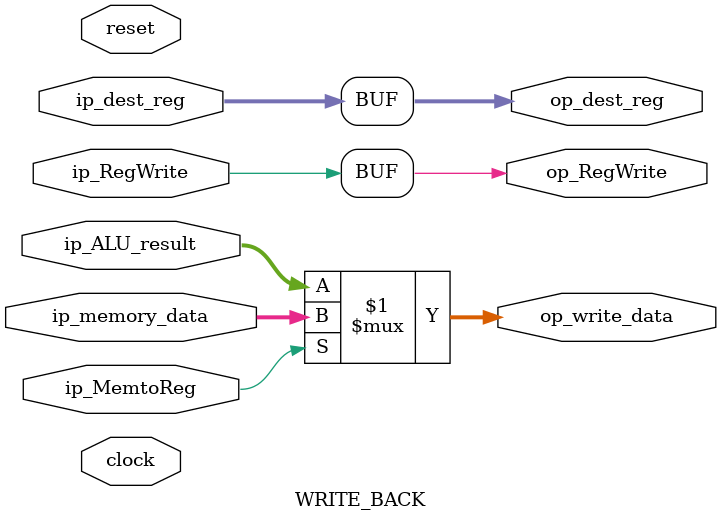
<source format=sv>

module WRITE_BACK(
    //Inputs
    //  --Input Control Signal--        
    input logic ip_MemtoReg     , //Mux control
    input logic ip_RegWrite     , //Register write enable
    
    //  --Input Data Signal--        
    input logic [31:0] ip_memory_data, //data from the memory
    input logic [31:0] ip_ALU_result , //data from the ALU
    input logic [4:0]  ip_dest_reg   , //destination register address
    
    //Output
    //  --Output Control Signal--        
    output logic op_RegWrite         , //write-back Register write enable
    
    //  --Output Data Signal--        
    output logic [31:0] op_write_data, //write-back data
    output logic [4:0]  op_dest_reg  , //write-back register address
    
    //clock and reset signals
    input logic clock,
    input logic reset
    );

//~~~~~~~~~~~~~~~~~~~~~~~~~~~~~~~~~~~~~~~
//Write-Back Mux
//~~~~~~~~~~~~~~~~~~~~~~~~~~~~~~~~~~~~~~~
    // Mux to bypass data memory for R format instructions
    assign op_write_data = ip_MemtoReg ? ip_memory_data : ip_ALU_result;
        
//~~~~~~~~~~~~~~~~~~~~~~~~~~~~~~~~~~~~~~~
//Assign the Outputs
//~~~~~~~~~~~~~~~~~~~~~~~~~~~~~~~~~~~~~~~    
    assign op_RegWrite  = ip_RegWrite;
    assign op_dest_reg  = ip_dest_reg;

endmodule
</source>
